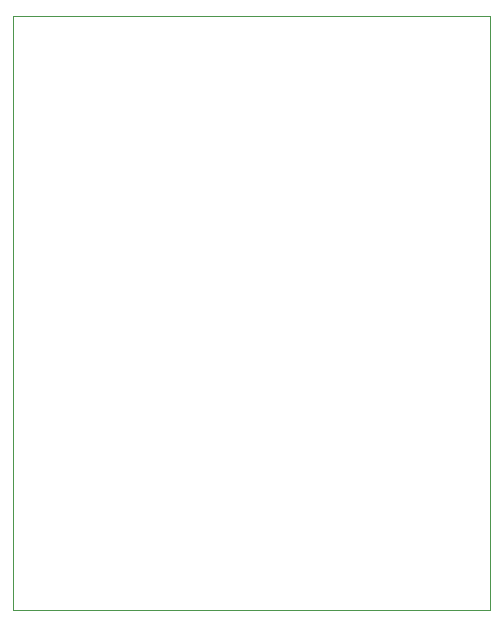
<source format=gm1>
G04 #@! TF.FileFunction,Profile,NP*
%FSLAX46Y46*%
G04 Gerber Fmt 4.6, Leading zero omitted, Abs format (unit mm)*
G04 Created by KiCad (PCBNEW 4.0.5) date 01/05/17 20:52:27*
%MOMM*%
%LPD*%
G01*
G04 APERTURE LIST*
%ADD10C,0.100000*%
G04 APERTURE END LIST*
D10*
X110744000Y-89154000D02*
X110744000Y-139446000D01*
X151130000Y-89154000D02*
X151130000Y-139446000D01*
X151130000Y-89154000D02*
X110744000Y-89154000D01*
X110744000Y-139446000D02*
X151130000Y-139446000D01*
M02*

</source>
